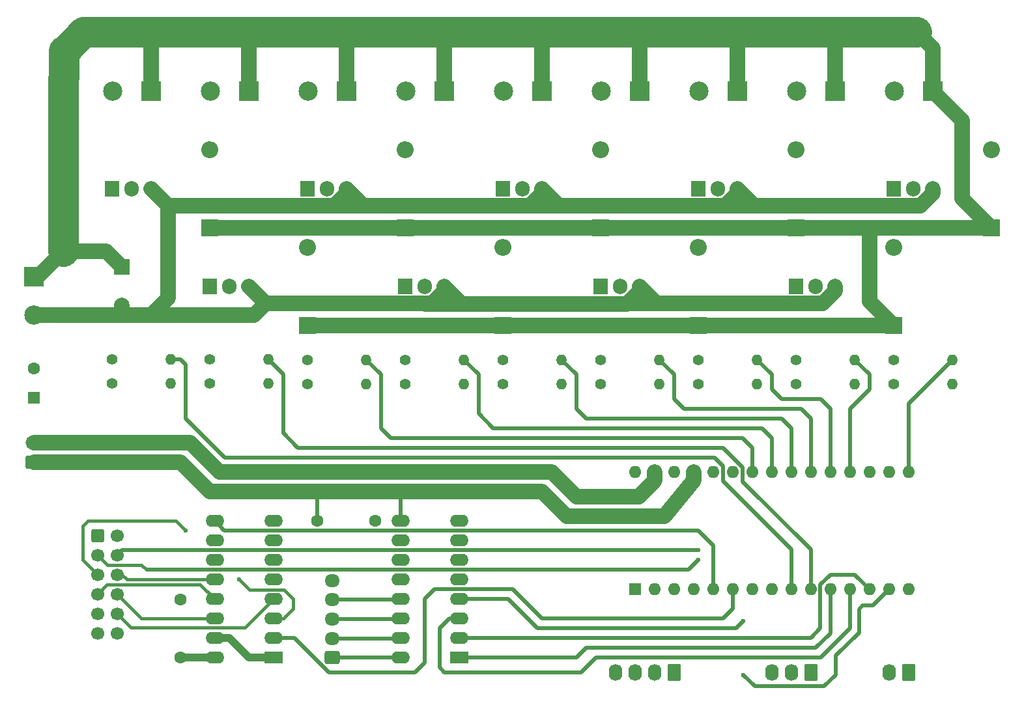
<source format=gbr>
%TF.GenerationSoftware,KiCad,Pcbnew,9.0.1*%
%TF.CreationDate,2025-11-11T21:16:56+00:00*%
%TF.ProjectId,Paper Tape Punch Driver Board,50617065-7220-4546-9170-652050756e63,rev?*%
%TF.SameCoordinates,Original*%
%TF.FileFunction,Copper,L1,Top*%
%TF.FilePolarity,Positive*%
%FSLAX46Y46*%
G04 Gerber Fmt 4.6, Leading zero omitted, Abs format (unit mm)*
G04 Created by KiCad (PCBNEW 9.0.1) date 2025-11-11 21:16:56*
%MOMM*%
%LPD*%
G01*
G04 APERTURE LIST*
G04 Aperture macros list*
%AMRoundRect*
0 Rectangle with rounded corners*
0 $1 Rounding radius*
0 $2 $3 $4 $5 $6 $7 $8 $9 X,Y pos of 4 corners*
0 Add a 4 corners polygon primitive as box body*
4,1,4,$2,$3,$4,$5,$6,$7,$8,$9,$2,$3,0*
0 Add four circle primitives for the rounded corners*
1,1,$1+$1,$2,$3*
1,1,$1+$1,$4,$5*
1,1,$1+$1,$6,$7*
1,1,$1+$1,$8,$9*
0 Add four rect primitives between the rounded corners*
20,1,$1+$1,$2,$3,$4,$5,0*
20,1,$1+$1,$4,$5,$6,$7,0*
20,1,$1+$1,$6,$7,$8,$9,0*
20,1,$1+$1,$8,$9,$2,$3,0*%
G04 Aperture macros list end*
%TA.AperFunction,ComponentPad*%
%ADD10C,1.400000*%
%TD*%
%TA.AperFunction,ComponentPad*%
%ADD11O,1.400000X1.400000*%
%TD*%
%TA.AperFunction,ComponentPad*%
%ADD12R,1.600000X1.600000*%
%TD*%
%TA.AperFunction,ComponentPad*%
%ADD13O,1.600000X1.600000*%
%TD*%
%TA.AperFunction,ComponentPad*%
%ADD14R,2.200000X2.200000*%
%TD*%
%TA.AperFunction,ComponentPad*%
%ADD15O,2.200000X2.200000*%
%TD*%
%TA.AperFunction,ComponentPad*%
%ADD16RoundRect,0.250000X0.620000X0.845000X-0.620000X0.845000X-0.620000X-0.845000X0.620000X-0.845000X0*%
%TD*%
%TA.AperFunction,ComponentPad*%
%ADD17O,1.740000X2.190000*%
%TD*%
%TA.AperFunction,ComponentPad*%
%ADD18R,2.400000X1.600000*%
%TD*%
%TA.AperFunction,ComponentPad*%
%ADD19O,2.400000X1.600000*%
%TD*%
%TA.AperFunction,ComponentPad*%
%ADD20R,1.905000X2.000000*%
%TD*%
%TA.AperFunction,ComponentPad*%
%ADD21O,1.905000X2.000000*%
%TD*%
%TA.AperFunction,ComponentPad*%
%ADD22C,1.600000*%
%TD*%
%TA.AperFunction,ComponentPad*%
%ADD23R,2.500000X2.500000*%
%TD*%
%TA.AperFunction,ComponentPad*%
%ADD24C,2.500000*%
%TD*%
%TA.AperFunction,ComponentPad*%
%ADD25RoundRect,0.250000X-0.600000X-0.600000X0.600000X-0.600000X0.600000X0.600000X-0.600000X0.600000X0*%
%TD*%
%TA.AperFunction,ComponentPad*%
%ADD26C,1.700000*%
%TD*%
%TA.AperFunction,ComponentPad*%
%ADD27R,2.000000X2.000000*%
%TD*%
%TA.AperFunction,ComponentPad*%
%ADD28C,2.000000*%
%TD*%
%TA.AperFunction,ComponentPad*%
%ADD29RoundRect,0.250000X0.725000X-0.600000X0.725000X0.600000X-0.725000X0.600000X-0.725000X-0.600000X0*%
%TD*%
%TA.AperFunction,ComponentPad*%
%ADD30O,1.950000X1.700000*%
%TD*%
%TA.AperFunction,ComponentPad*%
%ADD31RoundRect,0.250000X0.845000X-0.620000X0.845000X0.620000X-0.845000X0.620000X-0.845000X-0.620000X0*%
%TD*%
%TA.AperFunction,ComponentPad*%
%ADD32O,2.190000X1.740000*%
%TD*%
%TA.AperFunction,ViaPad*%
%ADD33C,0.600000*%
%TD*%
%TA.AperFunction,Conductor*%
%ADD34C,0.500000*%
%TD*%
%TA.AperFunction,Conductor*%
%ADD35C,2.000000*%
%TD*%
%TA.AperFunction,Conductor*%
%ADD36C,1.000000*%
%TD*%
%TA.AperFunction,Conductor*%
%ADD37C,0.400000*%
%TD*%
%TA.AperFunction,Conductor*%
%ADD38C,4.000000*%
%TD*%
G04 APERTURE END LIST*
D10*
%TO.P,R16,1*%
%TO.N,Net-(Q8-G)*%
X243840000Y-76200000D03*
D11*
%TO.P,R16,2*%
%TO.N,GND*%
X251460000Y-76200000D03*
%TD*%
D12*
%TO.P,A1,1,D1/TX*%
%TO.N,Net-(A1-D1{slash}TX)*%
X222885000Y-102870000D03*
D13*
%TO.P,A1,2,D0/RX*%
%TO.N,Net-(A1-D0{slash}RX)*%
X225425000Y-102870000D03*
%TO.P,A1,3,~{RESET}*%
%TO.N,unconnected-(A1-~{RESET}-Pad3)*%
X227965000Y-102870000D03*
%TO.P,A1,4,GND*%
%TO.N,GND*%
X230505000Y-102870000D03*
%TO.P,A1,5,D2*%
%TO.N,Net-(A1-D2)*%
X233045000Y-102870000D03*
%TO.P,A1,6,D3*%
%TO.N,Net-(A1-D3)*%
X235585000Y-102870000D03*
%TO.P,A1,7,D4*%
%TO.N,Net-(A1-D4)*%
X238125000Y-102870000D03*
%TO.P,A1,8,D5*%
%TO.N,Net-(A1-D5)*%
X240665000Y-102870000D03*
%TO.P,A1,9,D6*%
%TO.N,Net-(A1-D6)*%
X243205000Y-102870000D03*
%TO.P,A1,10,D7*%
%TO.N,Net-(A1-D7)*%
X245745000Y-102870000D03*
%TO.P,A1,11,D8*%
%TO.N,Net-(A1-D8)*%
X248285000Y-102870000D03*
%TO.P,A1,12,D9*%
%TO.N,Net-(A1-D9)*%
X250825000Y-102870000D03*
%TO.P,A1,13,D10*%
%TO.N,Net-(A1-D10)*%
X253365000Y-102870000D03*
%TO.P,A1,14,D11*%
%TO.N,Net-(A1-D11)*%
X255905000Y-102870000D03*
%TO.P,A1,15,D12*%
%TO.N,Net-(A1-D12)*%
X258445000Y-102870000D03*
%TO.P,A1,16,D13*%
%TO.N,Net-(A1-D13)*%
X258445000Y-87630000D03*
%TO.P,A1,17,3V3*%
%TO.N,unconnected-(A1-3V3-Pad17)*%
X255905000Y-87630000D03*
%TO.P,A1,18,AREF*%
%TO.N,unconnected-(A1-AREF-Pad18)*%
X253365000Y-87630000D03*
%TO.P,A1,19,A0*%
%TO.N,Net-(A1-A0)*%
X250825000Y-87630000D03*
%TO.P,A1,20,A1*%
%TO.N,Net-(A1-A1)*%
X248285000Y-87630000D03*
%TO.P,A1,21,A2*%
%TO.N,Net-(A1-A2)*%
X245745000Y-87630000D03*
%TO.P,A1,22,A3*%
%TO.N,Net-(A1-A3)*%
X243205000Y-87630000D03*
%TO.P,A1,23,A4*%
%TO.N,Net-(A1-A4)*%
X240665000Y-87630000D03*
%TO.P,A1,24,A5*%
%TO.N,Net-(A1-A5)*%
X238125000Y-87630000D03*
%TO.P,A1,25,A6*%
%TO.N,Net-(A1-A6)*%
X235585000Y-87630000D03*
%TO.P,A1,26,A7*%
%TO.N,Net-(A1-A7)*%
X233045000Y-87630000D03*
%TO.P,A1,27,+5V*%
%TO.N,+5V*%
X230505000Y-87630000D03*
%TO.P,A1,28,~{RESET}*%
%TO.N,unconnected-(A1-~{RESET}-Pad28)*%
X227965000Y-87630000D03*
%TO.P,A1,29,GND*%
%TO.N,GND*%
X225425000Y-87630000D03*
%TO.P,A1,30,VIN*%
%TO.N,unconnected-(A1-VIN-Pad30)*%
X222885000Y-87630000D03*
%TD*%
D14*
%TO.P,D2,1,K*%
%TO.N,+12V*%
X180340000Y-68580000D03*
D15*
%TO.P,D2,2,A*%
%TO.N,Net-(D2-A)*%
X180340000Y-58420000D03*
%TD*%
D16*
%TO.P,J12,1,Pin_1*%
%TO.N,+5V*%
X227965000Y-113665000D03*
D17*
%TO.P,J12,2,Pin_2*%
%TO.N,Net-(A1-D0{slash}RX)*%
X225425000Y-113665000D03*
%TO.P,J12,3,Pin_3*%
%TO.N,Net-(A1-D1{slash}TX)*%
X222885000Y-113665000D03*
%TO.P,J12,4,Pin_4*%
%TO.N,GND*%
X220345000Y-113665000D03*
%TD*%
D10*
%TO.P,R13,1*%
%TO.N,Net-(Q7-G)*%
X231140000Y-73050000D03*
D11*
%TO.P,R13,2*%
%TO.N,Net-(A1-A1)*%
X238760000Y-73050000D03*
%TD*%
D10*
%TO.P,R2,1*%
%TO.N,Net-(Q1-G)*%
X154940000Y-76149200D03*
D11*
%TO.P,R2,2*%
%TO.N,GND*%
X162560000Y-76149200D03*
%TD*%
D14*
%TO.P,D9,1,K*%
%TO.N,+12V*%
X269240000Y-55880000D03*
D15*
%TO.P,D9,2,A*%
%TO.N,Net-(D9-A)*%
X269240000Y-45720000D03*
%TD*%
D18*
%TO.P,U2,1,I1*%
%TO.N,Net-(A1-D8)*%
X200025000Y-111760000D03*
D19*
%TO.P,U2,2,I2*%
%TO.N,Net-(A1-D10)*%
X200025000Y-109220000D03*
%TO.P,U2,3,I3*%
%TO.N,Net-(A1-D9)*%
X200025000Y-106680000D03*
%TO.P,U2,4,I4*%
%TO.N,Net-(A1-D11)*%
X200025000Y-104140000D03*
%TO.P,U2,5,I5*%
%TO.N,unconnected-(U2-I5-Pad5)*%
X200025000Y-101600000D03*
%TO.P,U2,6,I6*%
%TO.N,unconnected-(U2-I6-Pad6)*%
X200025000Y-99060000D03*
%TO.P,U2,7,I7*%
%TO.N,unconnected-(U2-I7-Pad7)*%
X200025000Y-96520000D03*
%TO.P,U2,8,GND*%
%TO.N,GND*%
X200025000Y-93980000D03*
%TO.P,U2,9,COM*%
%TO.N,+5V*%
X192405000Y-93980000D03*
%TO.P,U2,10,O7*%
%TO.N,unconnected-(U2-O7-Pad10)*%
X192405000Y-96520000D03*
%TO.P,U2,11,O6*%
%TO.N,unconnected-(U2-O6-Pad11)*%
X192405000Y-99060000D03*
%TO.P,U2,12,O5*%
%TO.N,unconnected-(U2-O5-Pad12)*%
X192405000Y-101600000D03*
%TO.P,U2,13,O4*%
%TO.N,Net-(J16-Pin_4)*%
X192405000Y-104140000D03*
%TO.P,U2,14,O3*%
%TO.N,Net-(J16-Pin_3)*%
X192405000Y-106680000D03*
%TO.P,U2,15,O2*%
%TO.N,Net-(J16-Pin_2)*%
X192405000Y-109220000D03*
%TO.P,U2,16,O1*%
%TO.N,Net-(J16-Pin_1)*%
X192405000Y-111760000D03*
%TD*%
D10*
%TO.P,R8,1*%
%TO.N,Net-(Q4-G)*%
X193040000Y-76200000D03*
D11*
%TO.P,R8,2*%
%TO.N,GND*%
X200660000Y-76200000D03*
%TD*%
D16*
%TO.P,J14,1,Pin_1*%
%TO.N,Net-(A1-D12)*%
X258445000Y-113665000D03*
D17*
%TO.P,J14,2,Pin_2*%
%TO.N,GND*%
X255905000Y-113665000D03*
%TD*%
D20*
%TO.P,Q2,1,G*%
%TO.N,Net-(Q2-G)*%
X167640000Y-63500000D03*
D21*
%TO.P,Q2,2,D*%
%TO.N,Net-(D2-A)*%
X170180000Y-63500000D03*
%TO.P,Q2,3,S*%
%TO.N,GND*%
X172720000Y-63500000D03*
%TD*%
D10*
%TO.P,R14,1*%
%TO.N,Net-(Q7-G)*%
X231140000Y-76200000D03*
D11*
%TO.P,R14,2*%
%TO.N,GND*%
X238760000Y-76200000D03*
%TD*%
D14*
%TO.P,D4,1,K*%
%TO.N,+12V*%
X205740000Y-68580000D03*
D15*
%TO.P,D4,2,A*%
%TO.N,Net-(D4-A)*%
X205740000Y-58420000D03*
%TD*%
D10*
%TO.P,R17,1*%
%TO.N,Net-(Q9-G)*%
X256540000Y-73050000D03*
D11*
%TO.P,R17,2*%
%TO.N,Net-(A1-D13)*%
X264160000Y-73050000D03*
%TD*%
D10*
%TO.P,R11,1*%
%TO.N,Net-(Q6-G)*%
X218440000Y-73050000D03*
D11*
%TO.P,R11,2*%
%TO.N,Net-(A1-A2)*%
X226060000Y-73050000D03*
%TD*%
D10*
%TO.P,R5,1*%
%TO.N,Net-(Q3-G)*%
X180340000Y-73050000D03*
D11*
%TO.P,R5,2*%
%TO.N,Net-(A1-A5)*%
X187960000Y-73050000D03*
%TD*%
D12*
%TO.P,C4,1*%
%TO.N,+5V*%
X144780000Y-78002651D03*
D22*
%TO.P,C4,2*%
%TO.N,GND*%
X144780000Y-74202651D03*
%TD*%
D20*
%TO.P,Q7,1,G*%
%TO.N,Net-(Q7-G)*%
X231140000Y-50800000D03*
D21*
%TO.P,Q7,2,D*%
%TO.N,Net-(D7-A)*%
X233680000Y-50800000D03*
%TO.P,Q7,3,S*%
%TO.N,GND*%
X236220000Y-50800000D03*
%TD*%
D10*
%TO.P,R9,1*%
%TO.N,Net-(Q5-G)*%
X205740000Y-73050000D03*
D11*
%TO.P,R9,2*%
%TO.N,Net-(A1-A3)*%
X213360000Y-73050000D03*
%TD*%
D14*
%TO.P,D5,1,K*%
%TO.N,+12V*%
X218440000Y-55880000D03*
D15*
%TO.P,D5,2,A*%
%TO.N,Net-(D5-A)*%
X218440000Y-45720000D03*
%TD*%
D20*
%TO.P,Q4,1,G*%
%TO.N,Net-(Q4-G)*%
X193040000Y-63500000D03*
D21*
%TO.P,Q4,2,D*%
%TO.N,Net-(D4-A)*%
X195580000Y-63500000D03*
%TO.P,Q4,3,S*%
%TO.N,GND*%
X198120000Y-63500000D03*
%TD*%
D10*
%TO.P,R18,1*%
%TO.N,Net-(Q9-G)*%
X256540000Y-76200000D03*
D11*
%TO.P,R18,2*%
%TO.N,GND*%
X264160000Y-76200000D03*
%TD*%
D10*
%TO.P,R10,1*%
%TO.N,Net-(Q5-G)*%
X205740000Y-76200000D03*
D11*
%TO.P,R10,2*%
%TO.N,GND*%
X213360000Y-76200000D03*
%TD*%
D10*
%TO.P,R4,1*%
%TO.N,Net-(Q2-G)*%
X167640000Y-76149200D03*
D11*
%TO.P,R4,2*%
%TO.N,GND*%
X175260000Y-76149200D03*
%TD*%
D23*
%TO.P,J11,1,Pin_1*%
%TO.N,+12V*%
X261620000Y-38100000D03*
D24*
%TO.P,J11,2,Pin_2*%
%TO.N,Net-(D9-A)*%
X256620000Y-38100000D03*
%TD*%
D10*
%TO.P,R15,1*%
%TO.N,Net-(Q8-G)*%
X243840000Y-73050000D03*
D11*
%TO.P,R15,2*%
%TO.N,Net-(A1-A0)*%
X251460000Y-73050000D03*
%TD*%
D25*
%TO.P,J13,1,Pin_1*%
%TO.N,GND*%
X153035000Y-95885000D03*
D26*
%TO.P,J13,2,Pin_2*%
X155575000Y-95885000D03*
%TO.P,J13,3,Pin_3*%
%TO.N,Net-(A1-D4)*%
X153035000Y-98425000D03*
%TO.P,J13,4,Pin_4*%
%TO.N,Net-(A1-D5)*%
X155575000Y-98425000D03*
%TO.P,J13,5,Pin_5*%
%TO.N,Net-(J13-Pin_5)*%
X153035000Y-100965000D03*
%TO.P,J13,6,Pin_6*%
%TO.N,Net-(J13-Pin_6)*%
X155575000Y-100965000D03*
%TO.P,J13,7,Pin_7*%
%TO.N,Net-(J13-Pin_7)*%
X153035000Y-103505000D03*
%TO.P,J13,8,Pin_8*%
%TO.N,Net-(J13-Pin_8)*%
X155575000Y-103505000D03*
%TO.P,J13,9,Pin_9*%
%TO.N,Net-(J13-Pin_9)*%
X153035000Y-106045000D03*
%TO.P,J13,10,Pin_10*%
%TO.N,Net-(J13-Pin_10)*%
X155575000Y-106045000D03*
%TO.P,J13,11,Pin_11*%
%TO.N,Net-(J13-Pin_11)*%
X153035000Y-108585000D03*
%TO.P,J13,12,Pin_12*%
%TO.N,Net-(J13-Pin_12)*%
X155575000Y-108585000D03*
%TD*%
D10*
%TO.P,R3,1*%
%TO.N,Net-(Q2-G)*%
X167640000Y-72999200D03*
D11*
%TO.P,R3,2*%
%TO.N,Net-(A1-D7)*%
X175260000Y-72999200D03*
%TD*%
D18*
%TO.P,U1,1,~{PL}*%
%TO.N,GND*%
X175895000Y-111760000D03*
D19*
%TO.P,U1,2,CP*%
%TO.N,Net-(A1-D3)*%
X175895000Y-109220000D03*
%TO.P,U1,3,D4*%
%TO.N,Net-(J13-Pin_9)*%
X175895000Y-106680000D03*
%TO.P,U1,4,D5*%
%TO.N,Net-(J13-Pin_10)*%
X175895000Y-104140000D03*
%TO.P,U1,5,D6*%
%TO.N,Net-(J13-Pin_11)*%
X175895000Y-101600000D03*
%TO.P,U1,6,D7*%
%TO.N,Net-(J13-Pin_12)*%
X175895000Y-99060000D03*
%TO.P,U1,7,~{Q7}*%
%TO.N,unconnected-(U1-~{Q7}-Pad7)*%
X175895000Y-96520000D03*
%TO.P,U1,8,GND*%
%TO.N,GND*%
X175895000Y-93980000D03*
%TO.P,U1,9,Q7*%
%TO.N,Net-(A1-D2)*%
X168275000Y-93980000D03*
%TO.P,U1,10,DS*%
%TO.N,unconnected-(U1-DS-Pad10)*%
X168275000Y-96520000D03*
%TO.P,U1,11,D0*%
%TO.N,Net-(J13-Pin_5)*%
X168275000Y-99060000D03*
%TO.P,U1,12,D1*%
%TO.N,Net-(J13-Pin_6)*%
X168275000Y-101600000D03*
%TO.P,U1,13,D2*%
%TO.N,Net-(J13-Pin_7)*%
X168275000Y-104140000D03*
%TO.P,U1,14,D3*%
%TO.N,Net-(J13-Pin_8)*%
X168275000Y-106680000D03*
%TO.P,U1,15,~{CE}*%
%TO.N,GND*%
X168275000Y-109220000D03*
%TO.P,U1,16,VCC*%
%TO.N,+5V*%
X168275000Y-111760000D03*
%TD*%
D22*
%TO.P,C2,1*%
%TO.N,+5V*%
X181610000Y-93980000D03*
%TO.P,C2,2*%
%TO.N,GND*%
X189110000Y-93980000D03*
%TD*%
D23*
%TO.P,J10,1,Pin_1*%
%TO.N,+12V*%
X248920000Y-38100000D03*
D24*
%TO.P,J10,2,Pin_2*%
%TO.N,Net-(D8-A)*%
X243920000Y-38100000D03*
%TD*%
D23*
%TO.P,J6,1,Pin_1*%
%TO.N,+12V*%
X198120000Y-38100000D03*
D24*
%TO.P,J6,2,Pin_2*%
%TO.N,Net-(D4-A)*%
X193120000Y-38100000D03*
%TD*%
D10*
%TO.P,R1,1*%
%TO.N,Net-(Q1-G)*%
X154940000Y-72999200D03*
D11*
%TO.P,R1,2*%
%TO.N,Net-(A1-D6)*%
X162560000Y-72999200D03*
%TD*%
D16*
%TO.P,J15,1,Pin_1*%
%TO.N,Net-(A1-A6)*%
X245745000Y-113665000D03*
D17*
%TO.P,J15,2,Pin_2*%
%TO.N,Net-(A1-A7)*%
X243205000Y-113665000D03*
%TO.P,J15,3,Pin_3*%
%TO.N,GND*%
X240665000Y-113665000D03*
%TD*%
D23*
%TO.P,J9,1,Pin_1*%
%TO.N,+12V*%
X236220000Y-38100000D03*
D24*
%TO.P,J9,2,Pin_2*%
%TO.N,Net-(D7-A)*%
X231220000Y-38100000D03*
%TD*%
D20*
%TO.P,Q6,1,G*%
%TO.N,Net-(Q6-G)*%
X218440000Y-63500000D03*
D21*
%TO.P,Q6,2,D*%
%TO.N,Net-(D6-A)*%
X220980000Y-63500000D03*
%TO.P,Q6,3,S*%
%TO.N,GND*%
X223520000Y-63500000D03*
%TD*%
D23*
%TO.P,J5,1,Pin_1*%
%TO.N,+12V*%
X185420000Y-38100000D03*
D24*
%TO.P,J5,2,Pin_2*%
%TO.N,Net-(D3-A)*%
X180420000Y-38100000D03*
%TD*%
D14*
%TO.P,D1,1,K*%
%TO.N,+12V*%
X167640000Y-55880000D03*
D15*
%TO.P,D1,2,A*%
%TO.N,Net-(D1-A)*%
X167640000Y-45720000D03*
%TD*%
D20*
%TO.P,Q9,1,G*%
%TO.N,Net-(Q9-G)*%
X256540000Y-50800000D03*
D21*
%TO.P,Q9,2,D*%
%TO.N,Net-(D9-A)*%
X259080000Y-50800000D03*
%TO.P,Q9,3,S*%
%TO.N,GND*%
X261620000Y-50800000D03*
%TD*%
D10*
%TO.P,R6,1*%
%TO.N,Net-(Q3-G)*%
X180340000Y-76200000D03*
D11*
%TO.P,R6,2*%
%TO.N,GND*%
X187960000Y-76200000D03*
%TD*%
D20*
%TO.P,Q1,1,G*%
%TO.N,Net-(Q1-G)*%
X154940000Y-50800000D03*
D21*
%TO.P,Q1,2,D*%
%TO.N,Net-(D1-A)*%
X157480000Y-50800000D03*
%TO.P,Q1,3,S*%
%TO.N,GND*%
X160020000Y-50800000D03*
%TD*%
D22*
%TO.P,C1,1*%
%TO.N,+5V*%
X163830000Y-111760000D03*
%TO.P,C1,2*%
%TO.N,GND*%
X163830000Y-104260000D03*
%TD*%
D27*
%TO.P,C3,1*%
%TO.N,+12V*%
X156210000Y-60970000D03*
D28*
%TO.P,C3,2*%
%TO.N,GND*%
X156210000Y-65970000D03*
%TD*%
D10*
%TO.P,R7,1*%
%TO.N,Net-(Q4-G)*%
X193040000Y-73050000D03*
D11*
%TO.P,R7,2*%
%TO.N,Net-(A1-A4)*%
X200660000Y-73050000D03*
%TD*%
D14*
%TO.P,D6,1,K*%
%TO.N,+12V*%
X231140000Y-68580000D03*
D15*
%TO.P,D6,2,A*%
%TO.N,Net-(D6-A)*%
X231140000Y-58420000D03*
%TD*%
D23*
%TO.P,J1,1,Pin_1*%
%TO.N,+12V*%
X144780000Y-62230000D03*
D24*
%TO.P,J1,2,Pin_2*%
%TO.N,GND*%
X144780000Y-67230000D03*
%TD*%
D20*
%TO.P,Q8,1,G*%
%TO.N,Net-(Q8-G)*%
X243840000Y-63500000D03*
D21*
%TO.P,Q8,2,D*%
%TO.N,Net-(D8-A)*%
X246380000Y-63500000D03*
%TO.P,Q8,3,S*%
%TO.N,GND*%
X248920000Y-63500000D03*
%TD*%
D10*
%TO.P,R12,1*%
%TO.N,Net-(Q6-G)*%
X218440000Y-76200000D03*
D11*
%TO.P,R12,2*%
%TO.N,GND*%
X226060000Y-76200000D03*
%TD*%
D20*
%TO.P,Q3,1,G*%
%TO.N,Net-(Q3-G)*%
X180340000Y-50800000D03*
D21*
%TO.P,Q3,2,D*%
%TO.N,Net-(D3-A)*%
X182880000Y-50800000D03*
%TO.P,Q3,3,S*%
%TO.N,GND*%
X185420000Y-50800000D03*
%TD*%
D23*
%TO.P,J4,1,Pin_1*%
%TO.N,+12V*%
X172720000Y-38100000D03*
D24*
%TO.P,J4,2,Pin_2*%
%TO.N,Net-(D2-A)*%
X167720000Y-38100000D03*
%TD*%
D14*
%TO.P,D3,1,K*%
%TO.N,+12V*%
X193040000Y-55880000D03*
D15*
%TO.P,D3,2,A*%
%TO.N,Net-(D3-A)*%
X193040000Y-45720000D03*
%TD*%
D29*
%TO.P,J16,1,Pin_1*%
%TO.N,Net-(J16-Pin_1)*%
X183515000Y-111760000D03*
D30*
%TO.P,J16,2,Pin_2*%
%TO.N,Net-(J16-Pin_2)*%
X183515000Y-109260000D03*
%TO.P,J16,3,Pin_3*%
%TO.N,Net-(J16-Pin_3)*%
X183515000Y-106760000D03*
%TO.P,J16,4,Pin_4*%
%TO.N,Net-(J16-Pin_4)*%
X183515000Y-104260000D03*
%TO.P,J16,5,Pin_5*%
%TO.N,+5V*%
X183515000Y-101760000D03*
%TD*%
D14*
%TO.P,D7,1,K*%
%TO.N,+12V*%
X243840000Y-55880000D03*
D15*
%TO.P,D7,2,A*%
%TO.N,Net-(D7-A)*%
X243840000Y-45720000D03*
%TD*%
D14*
%TO.P,D8,1,K*%
%TO.N,+12V*%
X256540000Y-68580000D03*
D15*
%TO.P,D8,2,A*%
%TO.N,Net-(D8-A)*%
X256540000Y-58420000D03*
%TD*%
D20*
%TO.P,Q5,1,G*%
%TO.N,Net-(Q5-G)*%
X205740000Y-50800000D03*
D21*
%TO.P,Q5,2,D*%
%TO.N,Net-(D5-A)*%
X208280000Y-50800000D03*
%TO.P,Q5,3,S*%
%TO.N,GND*%
X210820000Y-50800000D03*
%TD*%
D23*
%TO.P,J7,1,Pin_1*%
%TO.N,+12V*%
X210820000Y-38100000D03*
D24*
%TO.P,J7,2,Pin_2*%
%TO.N,Net-(D5-A)*%
X205820000Y-38100000D03*
%TD*%
D23*
%TO.P,J8,1,Pin_1*%
%TO.N,+12V*%
X223520000Y-38100000D03*
D24*
%TO.P,J8,2,Pin_2*%
%TO.N,Net-(D6-A)*%
X218520000Y-38100000D03*
%TD*%
D23*
%TO.P,J3,1,Pin_1*%
%TO.N,+12V*%
X160020000Y-38100000D03*
D24*
%TO.P,J3,2,Pin_2*%
%TO.N,Net-(D1-A)*%
X155020000Y-38100000D03*
%TD*%
D31*
%TO.P,J2,1,Pin_1*%
%TO.N,+5V*%
X144780000Y-86360000D03*
D32*
%TO.P,J2,2,Pin_2*%
%TO.N,GND*%
X144780000Y-83820000D03*
%TD*%
D33*
%TO.N,Net-(A1-D11)*%
X237000000Y-114000000D03*
X237000000Y-107000000D03*
%TO.N,Net-(A1-D5)*%
X231120000Y-97770000D03*
%TO.N,GND*%
X210820000Y-66040000D03*
X223520000Y-66040000D03*
X247015000Y-66040000D03*
X185420000Y-66040000D03*
X160705800Y-67360800D03*
X236220000Y-66040000D03*
X173390000Y-67230000D03*
X175895000Y-87630000D03*
X200025000Y-87630000D03*
X189110000Y-87750000D03*
X198120000Y-66040000D03*
%TO.N,Net-(A1-D4)*%
X231140000Y-99060000D03*
%TO.N,Net-(J13-Pin_5)*%
X164465000Y-95250000D03*
%TO.N,Net-(J13-Pin_9)*%
X171450000Y-101600000D03*
%TD*%
D34*
%TO.N,Net-(A1-D11)*%
X237000000Y-114000000D02*
X238500000Y-115500000D01*
X252000000Y-108500000D02*
X252000000Y-105500000D01*
X238500000Y-115500000D02*
X247500000Y-115500000D01*
X247500000Y-115500000D02*
X249000000Y-114000000D01*
X252000000Y-105500000D02*
X252500000Y-105000000D01*
X249000000Y-114000000D02*
X249000000Y-111500000D01*
X253775000Y-105000000D02*
X255905000Y-102870000D01*
X249000000Y-111500000D02*
X252000000Y-108500000D01*
X252500000Y-105000000D02*
X253775000Y-105000000D01*
X200025000Y-104140000D02*
X206375000Y-104140000D01*
X210185000Y-107950000D02*
X236050000Y-107950000D01*
X236050000Y-107950000D02*
X237000000Y-107000000D01*
X206375000Y-104140000D02*
X210185000Y-107950000D01*
%TO.N,Net-(A1-D7)*%
X175260000Y-72999200D02*
X177165000Y-74904200D01*
X179070000Y-84455000D02*
X234315000Y-84455000D01*
X234315000Y-84455000D02*
X236874000Y-87014000D01*
X245744883Y-97982964D02*
X245744883Y-98016976D01*
X177165000Y-82550000D02*
X179070000Y-84455000D01*
X177165000Y-74904200D02*
X177165000Y-82550000D01*
X236874000Y-87014000D02*
X236874000Y-88874000D01*
X236874000Y-88874000D02*
X245772092Y-97704069D01*
X245772092Y-97704069D02*
X245744883Y-97982964D01*
X245744883Y-98016976D02*
X245745000Y-98245000D01*
X245745000Y-98245000D02*
X245745000Y-102870000D01*
%TO.N,Net-(A1-D6)*%
X243205000Y-102870000D02*
X243205000Y-97705000D01*
X243205000Y-97705000D02*
X234334000Y-88834000D01*
X234334000Y-88834000D02*
X234334000Y-86834000D01*
X233225000Y-85725000D02*
X169545000Y-85725000D01*
X234334000Y-86834000D02*
X233225000Y-85725000D01*
X164465000Y-73660000D02*
X163804200Y-72999200D01*
X169545000Y-85725000D02*
X164465000Y-80645000D01*
X164465000Y-80645000D02*
X164465000Y-73660000D01*
X163804200Y-72999200D02*
X162560000Y-72999200D01*
%TO.N,Net-(A1-A2)*%
X245745000Y-80645000D02*
X245745000Y-87630000D01*
X244475000Y-79375000D02*
X245745000Y-80645000D01*
X227965000Y-74955000D02*
X227965000Y-78105000D01*
X226060000Y-73050000D02*
X227965000Y-74955000D01*
X229235000Y-79375000D02*
X244475000Y-79375000D01*
X227965000Y-78105000D02*
X229235000Y-79375000D01*
%TO.N,Net-(A1-A1)*%
X241935000Y-78105000D02*
X247015000Y-78105000D01*
X247015000Y-78105000D02*
X248285000Y-79375000D01*
X248285000Y-79375000D02*
X248285000Y-87630000D01*
X238760000Y-73050000D02*
X240665000Y-74955000D01*
X240665000Y-76835000D02*
X241935000Y-78105000D01*
X240665000Y-74955000D02*
X240665000Y-76835000D01*
%TO.N,Net-(A1-A0)*%
X253365000Y-76835000D02*
X250825000Y-79375000D01*
X253365000Y-74955000D02*
X251460000Y-73050000D01*
X250825000Y-79375000D02*
X250825000Y-87630000D01*
X253365000Y-74955000D02*
X253365000Y-76835000D01*
%TO.N,Net-(A1-A5)*%
X238125000Y-84455000D02*
X238125000Y-87630000D01*
X236855000Y-83185000D02*
X238125000Y-84455000D01*
X187960000Y-73050000D02*
X189865000Y-74955000D01*
X191135000Y-83185000D02*
X236855000Y-83185000D01*
X189865000Y-81915000D02*
X191135000Y-83185000D01*
X189865000Y-74955000D02*
X189865000Y-81915000D01*
%TO.N,Net-(A1-D3)*%
X196830000Y-102890000D02*
X207030000Y-102890000D01*
X183098122Y-113665000D02*
X194310000Y-113665000D01*
X210820000Y-106680000D02*
X234315000Y-106680000D01*
X194310000Y-113665000D02*
X195580000Y-112395000D01*
X178653122Y-109220000D02*
X183098122Y-113665000D01*
X235585000Y-105410000D02*
X235585000Y-102870000D01*
X195580000Y-104140000D02*
X196830000Y-102890000D01*
X195580000Y-112395000D02*
X195580000Y-104140000D01*
X234315000Y-106680000D02*
X235585000Y-105410000D01*
X207030000Y-102890000D02*
X210820000Y-106680000D01*
X175895000Y-109220000D02*
X178653122Y-109220000D01*
%TO.N,Net-(A1-D2)*%
X168275000Y-93980000D02*
X169525000Y-95230000D01*
X169525000Y-95230000D02*
X231120000Y-95230000D01*
X231120000Y-95230000D02*
X233045000Y-97155000D01*
X233045000Y-97155000D02*
X233045000Y-102870000D01*
%TO.N,Net-(A1-A3)*%
X241935000Y-80645000D02*
X243205000Y-81915000D01*
X216535000Y-80645000D02*
X241935000Y-80645000D01*
X215265000Y-79375000D02*
X216535000Y-80645000D01*
X213360000Y-73050000D02*
X215265000Y-74955000D01*
X243205000Y-81915000D02*
X243205000Y-87630000D01*
X215265000Y-74955000D02*
X215265000Y-79375000D01*
%TO.N,Net-(A1-D5)*%
X156230000Y-97770000D02*
X231120000Y-97770000D01*
X155575000Y-98425000D02*
X156230000Y-97770000D01*
D35*
%TO.N,GND*%
X168910000Y-87630000D02*
X212090000Y-87630000D01*
X225720000Y-65700000D02*
X223520000Y-63500000D01*
X223520000Y-63500000D02*
X223520000Y-64051595D01*
X160020000Y-50800000D02*
X162220000Y-53000000D01*
X162220000Y-53000000D02*
X162220000Y-65030000D01*
X187620000Y-53000000D02*
X209171595Y-53000000D01*
X247271595Y-65700000D02*
X227330000Y-65700000D01*
X183771595Y-53000000D02*
X185420000Y-51351595D01*
X236220000Y-51351595D02*
X236220000Y-50800000D01*
X200406000Y-65786000D02*
X198120000Y-63500000D01*
X212090000Y-87630000D02*
X215265000Y-90805000D01*
X210820000Y-51351595D02*
X210820000Y-50800000D01*
D36*
X162560000Y-76149200D02*
X162560000Y-76200000D01*
D35*
X223520000Y-64051595D02*
X221785595Y-65786000D01*
X209171595Y-53000000D02*
X210820000Y-51351595D01*
X198120000Y-64051595D02*
X196471595Y-65700000D01*
X227330000Y-65700000D02*
X221871595Y-65700000D01*
D36*
X168275000Y-109220000D02*
X170180000Y-109220000D01*
D35*
X160020000Y-67230000D02*
X173390000Y-67230000D01*
X185420000Y-51351595D02*
X185420000Y-50800000D01*
X198120000Y-63500000D02*
X198120000Y-64051595D01*
X156210000Y-67230000D02*
X160020000Y-67230000D01*
X238420000Y-53000000D02*
X259971595Y-53000000D01*
X185420000Y-50800000D02*
X187620000Y-53000000D01*
X227330000Y-65700000D02*
X225720000Y-65700000D01*
X213020000Y-53000000D02*
X234571595Y-53000000D01*
D36*
X172720000Y-111760000D02*
X175895000Y-111760000D01*
D35*
X248920000Y-64051595D02*
X247271595Y-65700000D01*
X165100000Y-83820000D02*
X168910000Y-87630000D01*
X144780000Y-83820000D02*
X165100000Y-83820000D01*
X236220000Y-50800000D02*
X238420000Y-53000000D01*
X156210000Y-65970000D02*
X156210000Y-67230000D01*
X195580000Y-65700000D02*
X174920000Y-65700000D01*
X248920000Y-63500000D02*
X248920000Y-64051595D01*
D36*
X170180000Y-109220000D02*
X172720000Y-111760000D01*
D35*
X196471595Y-65700000D02*
X195580000Y-65700000D01*
X173390000Y-67230000D02*
X174920000Y-65700000D01*
X215265000Y-90805000D02*
X223381370Y-90805000D01*
X259971595Y-53000000D02*
X261620000Y-51351595D01*
X221785595Y-65786000D02*
X200406000Y-65786000D01*
X210820000Y-50800000D02*
X213020000Y-53000000D01*
X162220000Y-65030000D02*
X160020000Y-67230000D01*
X144780000Y-67230000D02*
X156210000Y-67230000D01*
X225425000Y-88761370D02*
X225425000Y-87630000D01*
X162220000Y-53000000D02*
X183771595Y-53000000D01*
X174920000Y-65700000D02*
X172720000Y-63500000D01*
X187620000Y-53000000D02*
X183771595Y-53000000D01*
X213020000Y-53000000D02*
X209171595Y-53000000D01*
X234571595Y-53000000D02*
X236220000Y-51351595D01*
X261620000Y-51351595D02*
X261620000Y-50800000D01*
X200406000Y-65786000D02*
X195666000Y-65786000D01*
X223381370Y-90805000D02*
X225425000Y-88761370D01*
X195666000Y-65786000D02*
X195580000Y-65700000D01*
X221871595Y-65700000D02*
X221785595Y-65786000D01*
X238420000Y-53000000D02*
X234571595Y-53000000D01*
D34*
%TO.N,Net-(A1-D13)*%
X258445000Y-78765000D02*
X258445000Y-87630000D01*
X264160000Y-73050000D02*
X258445000Y-78765000D01*
%TO.N,Net-(A1-D10)*%
X246995000Y-107950000D02*
X246995000Y-102255000D01*
X200025000Y-109220000D02*
X245745000Y-109220000D01*
X248285000Y-100965000D02*
X251460000Y-100965000D01*
X245745000Y-109220000D02*
X246995000Y-107950000D01*
X251460000Y-100965000D02*
X253365000Y-102870000D01*
X246995000Y-102255000D02*
X248285000Y-100965000D01*
%TO.N,Net-(A1-A4)*%
X204470000Y-81915000D02*
X239395000Y-81915000D01*
X202565000Y-80010000D02*
X204470000Y-81915000D01*
X200660000Y-73050000D02*
X202565000Y-74955000D01*
X240665000Y-83185000D02*
X240665000Y-87630000D01*
X202565000Y-74955000D02*
X202565000Y-80010000D01*
X239395000Y-81915000D02*
X240665000Y-83185000D01*
%TO.N,Net-(A1-D9)*%
X217805000Y-111760000D02*
X215900000Y-113665000D01*
X247015000Y-111760000D02*
X217805000Y-111760000D01*
X197485000Y-113030000D02*
X197485000Y-107950000D01*
X250825000Y-107950000D02*
X247015000Y-111760000D01*
X215900000Y-113665000D02*
X198120000Y-113665000D01*
X198120000Y-113665000D02*
X197485000Y-113030000D01*
X250825000Y-102870000D02*
X250825000Y-107950000D01*
X198755000Y-106680000D02*
X200025000Y-106680000D01*
X197485000Y-107950000D02*
X198755000Y-106680000D01*
%TO.N,Net-(A1-D8)*%
X246380000Y-110490000D02*
X248285000Y-108585000D01*
X200025000Y-111760000D02*
X215265000Y-111760000D01*
X216535000Y-110490000D02*
X246380000Y-110490000D01*
X215265000Y-111760000D02*
X216535000Y-110490000D01*
X248285000Y-108585000D02*
X248285000Y-102870000D01*
D37*
%TO.N,Net-(A1-D4)*%
X154325000Y-99715000D02*
X158750000Y-99715000D01*
X153035000Y-98425000D02*
X154325000Y-99715000D01*
D34*
X159385000Y-100350000D02*
X229850000Y-100350000D01*
X229850000Y-100350000D02*
X231140000Y-99060000D01*
D37*
X158750000Y-99715000D02*
X159385000Y-100350000D01*
D35*
%TO.N,+5V*%
X192405000Y-90170000D02*
X210820000Y-90170000D01*
D34*
X192405000Y-93980000D02*
X192405000Y-90170000D01*
D36*
X163830000Y-111760000D02*
X168275000Y-111760000D01*
D35*
X181610000Y-90170000D02*
X192405000Y-90170000D01*
X210820000Y-90170000D02*
X213995000Y-93345000D01*
D34*
X181610000Y-93980000D02*
X181610000Y-90170000D01*
D35*
X163830000Y-86360000D02*
X167640000Y-90170000D01*
X230505000Y-88761370D02*
X230505000Y-87630000D01*
X226695000Y-93345000D02*
X230505000Y-88761370D01*
X167640000Y-90170000D02*
X181610000Y-90170000D01*
X144780000Y-86360000D02*
X163830000Y-86360000D01*
X213995000Y-93345000D02*
X226695000Y-93345000D01*
D38*
%TO.N,+12V*%
X160300000Y-30430000D02*
X151195000Y-30430000D01*
D35*
X218440000Y-55880000D02*
X193040000Y-55880000D01*
X198120000Y-30435000D02*
X198125000Y-30430000D01*
D38*
X185425000Y-30430000D02*
X172675000Y-30430000D01*
D35*
X269240000Y-55880000D02*
X253365000Y-55880000D01*
X261620000Y-32545000D02*
X259500000Y-30425000D01*
X265430000Y-41910000D02*
X261620000Y-38100000D01*
X256540000Y-68580000D02*
X253365000Y-65405000D01*
D38*
X151195000Y-30430000D02*
X148800000Y-32825000D01*
D35*
X261620000Y-38100000D02*
X261620000Y-32545000D01*
X236220000Y-30500000D02*
X236150000Y-30430000D01*
X210820000Y-38100000D02*
X210820000Y-30560000D01*
X231140000Y-68580000D02*
X256540000Y-68580000D01*
X253365000Y-55880000D02*
X243840000Y-55880000D01*
X265430000Y-52070000D02*
X265430000Y-41910000D01*
X172720000Y-30475000D02*
X172675000Y-30430000D01*
D38*
X198125000Y-30430000D02*
X185425000Y-30430000D01*
X148590000Y-58928000D02*
X148590000Y-36437000D01*
X148675000Y-36352000D02*
X148590000Y-36437000D01*
D35*
X236220000Y-38100000D02*
X236220000Y-30500000D01*
X248920000Y-30485000D02*
X248975000Y-30430000D01*
X154168000Y-58928000D02*
X156210000Y-60970000D01*
D38*
X223475000Y-30430000D02*
X210950000Y-30430000D01*
D35*
X248920000Y-38100000D02*
X248920000Y-30485000D01*
D38*
X236150000Y-30430000D02*
X223475000Y-30430000D01*
X210950000Y-30430000D02*
X198125000Y-30430000D01*
X259500000Y-30425000D02*
X246855000Y-30425000D01*
D35*
X145288000Y-62230000D02*
X148590000Y-58928000D01*
X253365000Y-65405000D02*
X253365000Y-55880000D01*
X172720000Y-38100000D02*
X172720000Y-30475000D01*
D38*
X148675000Y-32825000D02*
X148675000Y-36352000D01*
D35*
X185420000Y-38100000D02*
X185420000Y-30435000D01*
D38*
X172675000Y-30430000D02*
X160300000Y-30430000D01*
D35*
X198120000Y-38100000D02*
X198120000Y-30435000D01*
X269240000Y-55880000D02*
X265430000Y-52070000D01*
D38*
X148800000Y-32825000D02*
X148675000Y-32825000D01*
D35*
X193040000Y-55880000D02*
X167640000Y-55880000D01*
X210820000Y-30560000D02*
X210950000Y-30430000D01*
X148590000Y-58928000D02*
X154168000Y-58928000D01*
X243840000Y-55880000D02*
X218440000Y-55880000D01*
X180340000Y-68580000D02*
X205740000Y-68580000D01*
D38*
X248975000Y-30430000D02*
X236150000Y-30430000D01*
D35*
X144780000Y-62230000D02*
X145288000Y-62230000D01*
X160020000Y-38100000D02*
X160020000Y-30710000D01*
X185420000Y-30435000D02*
X185425000Y-30430000D01*
X205740000Y-68580000D02*
X231140000Y-68580000D01*
X223520000Y-30475000D02*
X223475000Y-30430000D01*
X160020000Y-30710000D02*
X160300000Y-30430000D01*
X223520000Y-38100000D02*
X223520000Y-30475000D01*
D37*
%TO.N,Net-(J13-Pin_7)*%
X166390000Y-102255000D02*
X154285000Y-102255000D01*
X154285000Y-102255000D02*
X153035000Y-103505000D01*
X168275000Y-104140000D02*
X166390000Y-102255000D01*
%TO.N,Net-(J13-Pin_5)*%
X151130000Y-99060000D02*
X151130000Y-94615000D01*
X153035000Y-100965000D02*
X151130000Y-99060000D01*
X163195000Y-93980000D02*
X164465000Y-95250000D01*
X151765000Y-93980000D02*
X163195000Y-93980000D01*
X151130000Y-94615000D02*
X151765000Y-93980000D01*
%TO.N,Net-(J13-Pin_6)*%
X156210000Y-100965000D02*
X156845000Y-101600000D01*
X156845000Y-101600000D02*
X168275000Y-101600000D01*
X155575000Y-100965000D02*
X156210000Y-100965000D01*
%TO.N,Net-(J13-Pin_10)*%
X155575000Y-106045000D02*
X157410000Y-107880000D01*
X157410000Y-107880000D02*
X172155000Y-107880000D01*
X172155000Y-107880000D02*
X175895000Y-104140000D01*
%TO.N,Net-(J13-Pin_8)*%
X158750000Y-106680000D02*
X168275000Y-106680000D01*
X155575000Y-103505000D02*
X158750000Y-106680000D01*
%TO.N,Net-(J13-Pin_9)*%
X177165000Y-106680000D02*
X175895000Y-106680000D01*
X171450000Y-101600000D02*
X172790000Y-102940000D01*
X177235000Y-102940000D02*
X178435000Y-104140000D01*
X178435000Y-105410000D02*
X177165000Y-106680000D01*
X178435000Y-104140000D02*
X178435000Y-105410000D01*
X172790000Y-102940000D02*
X177235000Y-102940000D01*
D34*
%TO.N,Net-(J16-Pin_3)*%
X183515000Y-106760000D02*
X192325000Y-106760000D01*
X192325000Y-106760000D02*
X192405000Y-106680000D01*
%TO.N,Net-(J16-Pin_1)*%
X183515000Y-111760000D02*
X192405000Y-111760000D01*
%TO.N,Net-(J16-Pin_2)*%
X183515000Y-109260000D02*
X192365000Y-109260000D01*
X192365000Y-109260000D02*
X192405000Y-109220000D01*
%TO.N,Net-(J16-Pin_4)*%
X183515000Y-104260000D02*
X192285000Y-104260000D01*
X192285000Y-104260000D02*
X192405000Y-104140000D01*
%TD*%
M02*

</source>
